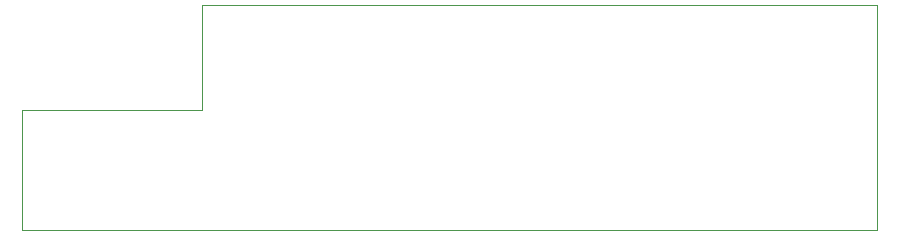
<source format=gko>
G04*
G04 #@! TF.GenerationSoftware,Altium Limited,Altium Designer,20.2.6 (244)*
G04*
G04 Layer_Color=8388736*
%FSAX24Y24*%
%MOIN*%
G70*
G04*
G04 #@! TF.SameCoordinates,CB3CE92A-2C73-40AF-8568-92EE87018610*
G04*
G04*
G04 #@! TF.FilePolarity,Positive*
G04*
G01*
G75*
%ADD25C,0.0010*%
D25*
X272739Y134815D02*
X272739Y127315D01*
X244239Y127315D02*
X272739Y127315D01*
X244239Y131315D02*
X244239Y127315D01*
X244239Y131315D02*
X250239Y131315D01*
X250239Y134815D01*
X272739Y134815D01*
M02*

</source>
